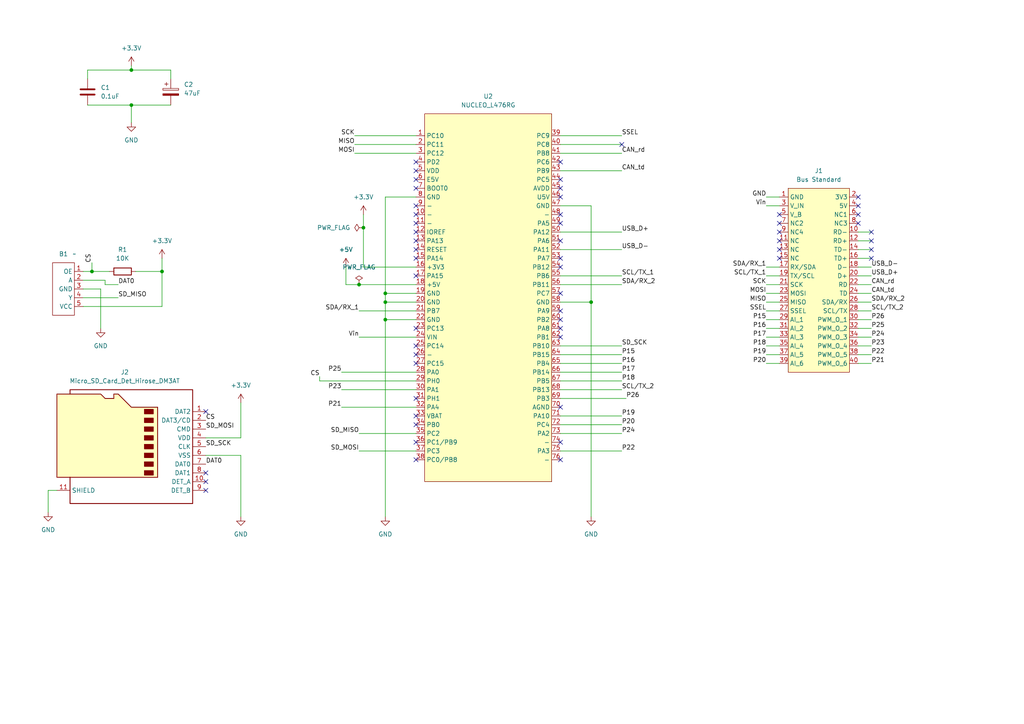
<source format=kicad_sch>
(kicad_sch (version 20230121) (generator eeschema)
  (paper "A4")
  (lib_symbols
    (symbol "Connector:Micro_SD_Card_Det_Hirose_DM3AT"
      (property "Reference" "J" (at -16.51 17.78 0))
      (property "Value" "Micro_SD_Card_Det_Hirose_DM3AT" (at 16.51 17.78 0))
      (symbol "Micro_SD_Card_Det_Hirose_DM3AT_0_1"
        (rectangle (start -7.62 -6.985) (end -5.08 -8.255) (stroke (width 0.254)) (fill (type outline)))
        (rectangle (start -7.62 -4.445) (end -5.08 -5.715) (stroke (width 0.254)) (fill (type outline)))
        (rectangle (start -7.62 -1.905) (end -5.08 -3.175) (stroke (width 0.254)) (fill (type outline)))
        (rectangle (start -7.62 0.635) (end -5.08 -0.635) (stroke (width 0.254)) (fill (type outline)))
        (rectangle (start -7.62 3.175) (end -5.08 1.905) (stroke (width 0.254)) (fill (type outline)))
        (rectangle (start -7.62 5.715) (end -5.08 4.445) (stroke (width 0.254)) (fill (type outline)))
        (rectangle (start -7.62 8.255) (end -5.08 6.985) (stroke (width 0.254)) (fill (type outline)))
        (rectangle (start -7.62 10.795) (end -5.08 9.525) (stroke (width 0.254)) (fill (type outline)))
        (polyline (pts (xy 16.51 15.24) (xy 16.51 16.51) (xy -19.05 16.51) (xy -19.05 -16.51) (xy 16.51 -16.51) (xy 16.51 -8.89)) (stroke (width 0.254)))
        (polyline (pts (xy -8.89 -8.89) (xy -8.89 11.43) (xy -1.27 11.43) (xy 2.54 15.24) (xy 3.81 15.24) (xy 3.81 13.97) (xy 6.35 13.97) (xy 7.62 15.24) (xy 20.32 15.24) (xy 20.32 -8.89) (xy -8.89 -8.89)) (stroke (width 0.254)) (fill (type background)))
      )
      (symbol "Micro_SD_Card_Det_Hirose_DM3AT_1_1"
        (pin bidirectional line (at -22.86 10.16 0) (length 3.81) (name "DAT2") (number "1"))
        (pin passive line (at -22.86 -10.16 0) (length 3.81) (name "DET_A") (number "10"))
        (pin passive line (at 20.32 -12.7 180) (length 3.81) (name "SHIELD") (number "11"))
        (pin bidirectional line (at -22.86 7.62 0) (length 3.81) (name "DAT3/CD") (number "2"))
        (pin input line (at -22.86 5.08 0) (length 3.81) (name "CMD") (number "3"))
        (pin power_in line (at -22.86 2.54 0) (length 3.81) (name "VDD") (number "4"))
        (pin input line (at -22.86 0 0) (length 3.81) (name "CLK") (number "5"))
        (pin power_in line (at -22.86 -2.54 0) (length 3.81) (name "VSS") (number "6"))
        (pin bidirectional line (at -22.86 -5.08 0) (length 3.81) (name "DAT0") (number "7"))
        (pin bidirectional line (at -22.86 -7.62 0) (length 3.81) (name "DAT1") (number "8"))
        (pin passive line (at -22.86 -12.7 0) (length 3.81) (name "DET_B") (number "9"))
      )
    )
    (symbol "Corecell_Intercon_Board:Flatsat_conn"
      (property "Reference" "J2" (at 8.89 7.62 0))
      (property "Value" "Bus Standard" (at 8.89 5.08 0))
      (symbol "Flatsat_conn_0_0"
        (pin unspecified line (at -2.54 0 0) (length 2.54) (name "GND") (number "1"))
        (pin unspecified line (at 20.32 -10.16 180) (length 2.54) (name "RD-") (number "10"))
        (pin unspecified line (at -2.54 -12.7 0) (length 2.54) (name "NC") (number "11"))
        (pin unspecified line (at 20.32 -12.7 180) (length 2.54) (name "RD+") (number "12"))
        (pin unspecified line (at -2.54 -15.24 0) (length 2.54) (name "NC") (number "13"))
        (pin unspecified line (at 20.32 -15.24 180) (length 2.54) (name "TD-") (number "14"))
        (pin unspecified line (at -2.54 -17.78 0) (length 2.54) (name "NC") (number "15"))
        (pin unspecified line (at 20.32 -17.78 180) (length 2.54) (name "TD+") (number "16"))
        (pin unspecified line (at -2.54 -20.32 0) (length 2.54) (name "RX/SDA") (number "17"))
        (pin unspecified line (at 20.32 -20.32 180) (length 2.54) (name "D-") (number "18"))
        (pin unspecified line (at -2.54 -22.86 0) (length 2.54) (name "TX/SCL") (number "19"))
        (pin unspecified line (at 20.32 0 180) (length 2.54) (name "3V3") (number "2"))
        (pin unspecified line (at 20.32 -22.86 180) (length 2.54) (name "D+") (number "20"))
        (pin unspecified line (at -2.54 -25.4 0) (length 2.54) (name "SCK") (number "21"))
        (pin unspecified line (at 20.32 -25.4 180) (length 2.54) (name "RD") (number "22"))
        (pin unspecified line (at -2.54 -27.94 0) (length 2.54) (name "MOSI") (number "23"))
        (pin unspecified line (at 20.32 -27.94 180) (length 2.54) (name "TD") (number "24"))
        (pin unspecified line (at -2.54 -30.48 0) (length 2.54) (name "MISO") (number "25"))
        (pin unspecified line (at 20.32 -30.48 180) (length 2.54) (name "SDA/RX") (number "26"))
        (pin unspecified line (at -2.54 -33.02 0) (length 2.54) (name "SSEL") (number "27"))
        (pin unspecified line (at 20.32 -33.02 180) (length 2.54) (name "SCL/TX") (number "28"))
        (pin unspecified line (at -2.54 -35.56 0) (length 2.54) (name "AI_1") (number "29"))
        (pin unspecified line (at -2.54 -2.54 0) (length 2.54) (name "V_IN") (number "3"))
        (pin unspecified line (at 20.32 -35.56 180) (length 2.54) (name "PWM_O_1") (number "30"))
        (pin unspecified line (at -2.54 -38.1 0) (length 2.54) (name "AI_2") (number "31"))
        (pin unspecified line (at 20.32 -38.1 180) (length 2.54) (name "PWM_O_2") (number "32"))
        (pin unspecified line (at -2.54 -40.64 0) (length 2.54) (name "AI_3") (number "33"))
        (pin unspecified line (at 20.32 -40.64 180) (length 2.54) (name "PWM_O_3") (number "34"))
        (pin unspecified line (at -2.54 -43.18 0) (length 2.54) (name "AI_4") (number "35"))
        (pin unspecified line (at 20.32 -43.18 180) (length 2.54) (name "PWM_O_4") (number "36"))
        (pin unspecified line (at -2.54 -45.72 0) (length 2.54) (name "AI_5") (number "37"))
        (pin unspecified line (at 20.32 -45.72 180) (length 2.54) (name "PWM_O_5") (number "38"))
        (pin unspecified line (at -2.54 -48.26 0) (length 2.54) (name "AI_6") (number "39"))
        (pin unspecified line (at 20.32 -2.54 180) (length 2.54) (name "5V") (number "4"))
        (pin unspecified line (at 20.32 -48.26 180) (length 2.54) (name "PWM_O_6") (number "40"))
        (pin unspecified line (at -2.54 -5.08 0) (length 2.54) (name "V_B") (number "5"))
        (pin unspecified line (at 20.32 -5.08 180) (length 2.54) (name "NC1") (number "6"))
        (pin unspecified line (at -2.54 -7.62 0) (length 2.54) (name "NC2") (number "7"))
        (pin unspecified line (at 20.32 -7.62 180) (length 2.54) (name "NC3") (number "8"))
        (pin unspecified line (at -2.54 -10.16 0) (length 2.54) (name "NC4") (number "9"))
      )
      (symbol "Flatsat_conn_0_1"
        (rectangle (start 0 2.54) (end 17.78 -50.8) (fill (type background)))
      )
    )
    (symbol "Device:C" (pin_numbers hide) (pin_names (offset 0.254))
      (property "Reference" "C" (at 0.635 2.54 0))
      (property "Value" "C" (at 0.635 -2.54 0))
      (symbol "C_0_1"
        (polyline (pts (xy -2.032 -0.762) (xy 2.032 -0.762)) (stroke (width 0.508)))
        (polyline (pts (xy -2.032 0.762) (xy 2.032 0.762)) (stroke (width 0.508)))
      )
      (symbol "C_1_1"
        (pin passive line (at 0 3.81 270) (length 2.794) (name "~") (number "1"))
        (pin passive line (at 0 -3.81 90) (length 2.794) (name "~") (number "2"))
      )
    )
    (symbol "Device:C_Polarized" (pin_numbers hide) (pin_names (offset 0.254))
      (property "Reference" "C" (at 0.635 2.54 0))
      (property "Value" "C_Polarized" (at 0.635 -2.54 0))
      (symbol "C_Polarized_0_1"
        (rectangle (start -2.286 0.508) (end 2.286 1.016))
        (polyline (pts (xy -1.778 2.286) (xy -0.762 2.286)))
        (polyline (pts (xy -1.27 2.794) (xy -1.27 1.778)))
        (rectangle (start 2.286 -0.508) (end -2.286 -1.016) (fill (type outline)))
      )
      (symbol "C_Polarized_1_1"
        (pin passive line (at 0 3.81 270) (length 2.794) (name "~") (number "1"))
        (pin passive line (at 0 -3.81 90) (length 2.794) (name "~") (number "2"))
      )
    )
    (symbol "Device:R" (pin_numbers hide) (pin_names (offset 0))
      (property "Reference" "R" (at 2.032 0 90))
      (property "Value" "R" (at 0 0 90))
      (symbol "R_0_1"
        (rectangle (start -1.016 -2.54) (end 1.016 2.54) (stroke (width 0.254)))
      )
      (symbol "R_1_1"
        (pin passive line (at 0 3.81 270) (length 1.27) (name "~") (number "1"))
        (pin passive line (at 0 -3.81 90) (length 1.27) (name "~") (number "2"))
      )
    )
    (symbol "NUCLEO_L476RG_1"
      (property "Reference" "U" (at -1.27 16.51 0))
      (property "Value" "NUCLEO_L476RG" (at -1.27 12.7 0))
      (symbol "NUCLEO_L476RG_1_0_0"
        (pin unspecified line (at -20.32 45.72 0) (length 2.54) (name "PC10") (number "1"))
        (pin unspecified line (at -20.32 22.86 0) (length 2.54) (name "-") (number "10"))
        (pin unspecified line (at -20.32 20.32 0) (length 2.54) (name "-") (number "11"))
        (pin unspecified line (at -20.32 17.78 0) (length 2.54) (name "IOREF") (number "12"))
        (pin unspecified line (at -20.32 15.24 0) (length 2.54) (name "PA13") (number "13"))
        (pin unspecified line (at -20.32 12.7 0) (length 2.54) (name "RESET") (number "14"))
        (pin unspecified line (at -20.32 10.16 0) (length 2.54) (name "PA14") (number "15"))
        (pin unspecified line (at -20.32 7.62 0) (length 2.54) (name "+3V3") (number "16"))
        (pin unspecified line (at -20.32 5.08 0) (length 2.54) (name "PA15") (number "17"))
        (pin unspecified line (at -20.32 2.54 0) (length 2.54) (name "+5V") (number "18"))
        (pin unspecified line (at -20.32 0 0) (length 2.54) (name "GND") (number "19"))
        (pin unspecified line (at -20.32 43.18 0) (length 2.54) (name "PC11") (number "2"))
        (pin unspecified line (at -20.32 -2.54 0) (length 2.54) (name "GND") (number "20"))
        (pin unspecified line (at -20.32 -5.08 0) (length 2.54) (name "PB7") (number "21"))
        (pin unspecified line (at -20.32 -7.62 0) (length 2.54) (name "GND") (number "22"))
        (pin unspecified line (at -20.32 -10.16 0) (length 2.54) (name "PC13") (number "23"))
        (pin unspecified line (at -20.32 -12.7 0) (length 2.54) (name "VIN") (number "24"))
        (pin unspecified line (at -20.32 -15.24 0) (length 2.54) (name "PC14") (number "25"))
        (pin unspecified line (at -20.32 -17.78 0) (length 2.54) (name "-") (number "26"))
        (pin unspecified line (at -20.32 -20.32 0) (length 2.54) (name "PC15") (number "27"))
        (pin unspecified line (at -20.32 -22.86 0) (length 2.54) (name "PA0") (number "28"))
        (pin unspecified line (at -20.32 -25.4 0) (length 2.54) (name "PH0") (number "29"))
        (pin unspecified line (at -20.32 40.64 0) (length 2.54) (name "PC12") (number "3"))
        (pin unspecified line (at -20.32 -27.94 0) (length 2.54) (name "PA1") (number "30"))
        (pin unspecified line (at -20.32 -30.48 0) (length 2.54) (name "PH1") (number "31"))
        (pin unspecified line (at -20.32 -33.02 0) (length 2.54) (name "PA4") (number "32"))
        (pin unspecified line (at -20.32 -38.1 0) (length 2.54) (name "PB0") (number "34"))
        (pin unspecified line (at -20.32 -40.64 0) (length 2.54) (name "PC2") (number "35"))
        (pin unspecified line (at -20.32 -43.18 0) (length 2.54) (name "PC1/PB9") (number "36"))
        (pin unspecified line (at -20.32 -45.72 0) (length 2.54) (name "PC3") (number "37"))
        (pin unspecified line (at -20.32 -48.26 0) (length 2.54) (name "PC0/PB8") (number "38"))
        (pin unspecified line (at 21.59 45.72 180) (length 2.54) (name "PC9") (number "39"))
        (pin unspecified line (at -20.32 38.1 0) (length 2.54) (name "PD2") (number "4"))
        (pin unspecified line (at 21.59 43.18 180) (length 2.54) (name "PC8") (number "40"))
        (pin unspecified line (at 21.59 40.64 180) (length 2.54) (name "PB8") (number "41"))
        (pin unspecified line (at 21.59 38.1 180) (length 2.54) (name "PC6") (number "42"))
        (pin unspecified line (at 21.59 35.56 180) (length 2.54) (name "PB9") (number "43"))
        (pin unspecified line (at 21.59 33.02 180) (length 2.54) (name "PC5") (number "44"))
        (pin unspecified line (at 21.59 30.48 180) (length 2.54) (name "AVDD") (number "45"))
        (pin unspecified line (at 21.59 27.94 180) (length 2.54) (name "U5V") (number "46"))
        (pin unspecified line (at 21.59 25.4 180) (length 2.54) (name "GND") (number "47"))
        (pin unspecified line (at 21.59 22.86 180) (length 2.54) (name "-") (number "48"))
        (pin unspecified line (at 21.59 20.32 180) (length 2.54) (name "PA5") (number "49"))
        (pin unspecified line (at -20.32 35.56 0) (length 2.54) (name "VDD") (number "5"))
        (pin unspecified line (at 21.59 17.78 180) (length 2.54) (name "PA12") (number "50"))
        (pin unspecified line (at 21.59 15.24 180) (length 2.54) (name "PA6") (number "51"))
        (pin unspecified line (at 21.59 12.7 180) (length 2.54) (name "PA11") (number "52"))
        (pin unspecified line (at 21.59 10.16 180) (length 2.54) (name "PA7") (number "53"))
        (pin unspecified line (at 21.59 7.62 180) (length 2.54) (name "PB12") (number "54"))
        (pin unspecified line (at 21.59 5.08 180) (length 2.54) (name "PB6") (number "55"))
        (pin unspecified line (at 21.59 2.54 180) (length 2.54) (name "PB11") (number "56"))
        (pin unspecified line (at 21.59 0 180) (length 2.54) (name "PC7") (number "57"))
        (pin unspecified line (at 21.59 -2.54 180) (length 2.54) (name "GND") (number "58"))
        (pin unspecified line (at 21.59 -5.08 180) (length 2.54) (name "PA9") (number "59"))
        (pin unspecified line (at -20.32 33.02 0) (length 2.54) (name "E5V") (number "6"))
        (pin unspecified line (at 21.59 -7.62 180) (length 2.54) (name "PB2") (number "60"))
        (pin unspecified line (at 21.59 -10.16 180) (length 2.54) (name "PA8") (number "61"))
        (pin unspecified line (at 21.59 -12.7 180) (length 2.54) (name "PB1") (number "62"))
        (pin unspecified line (at 21.59 -15.24 180) (length 2.54) (name "PB10") (number "63"))
        (pin unspecified line (at 21.59 -17.78 180) (length 2.54) (name "PB15") (number "64"))
        (pin unspecified line (at 21.59 -20.32 180) (length 2.54) (name "PB4") (number "65"))
        (pin unspecified line (at 21.59 -22.86 180) (length 2.54) (name "PB14") (number "66"))
        (pin unspecified line (at 21.59 -25.4 180) (length 2.54) (name "PB5") (number "67"))
        (pin unspecified line (at 21.59 -27.94 180) (length 2.54) (name "PB13") (number "68"))
        (pin unspecified line (at 21.59 -30.48 180) (length 2.54) (name "PB3") (number "69"))
        (pin unspecified line (at -20.32 30.48 0) (length 2.54) (name "BOOT0") (number "7"))
        (pin unspecified line (at 21.59 -33.02 180) (length 2.54) (name "AGND") (number "70"))
        (pin unspecified line (at 21.59 -35.56 180) (length 2.54) (name "PA10") (number "71"))
        (pin unspecified line (at 21.59 -38.1 180) (length 2.54) (name "PC4") (number "72"))
        (pin unspecified line (at 21.59 -40.64 180) (length 2.54) (name "PA2") (number "73"))
        (pin unspecified line (at 21.59 -43.18 180) (length 2.54) (name "-") (number "74"))
        (pin unspecified line (at 21.59 -45.72 180) (length 2.54) (name "PA3") (number "75"))
        (pin unspecified line (at 21.59 -48.26 180) (length 2.54) (name "-") (number "76"))
        (pin unspecified line (at -20.32 27.94 0) (length 2.54) (name "GND") (number "8"))
        (pin unspecified line (at -20.32 25.4 0) (length 2.54) (name "-") (number "9"))
      )
      (symbol "NUCLEO_L476RG_1_1_0"
        (pin unspecified line (at -20.32 -35.56 0) (length 2.54) (name "VBAT") (number "33"))
      )
      (symbol "NUCLEO_L476RG_1_1_1"
        (rectangle (start -17.78 52.07) (end 19.05 -54.61) (fill (type background)))
      )
    )
    (symbol "SN74AHC1:SN74AHC1"
      (property "Reference" "B" (at 3.81 1.27 0))
      (symbol "SN74AHC1_0_0"
        (pin unspecified line (at 8.89 -2.54 180) (length 2.54) (name "OE") (number "1"))
        (pin unspecified line (at 8.89 -5.08 180) (length 2.54) (name "A") (number "2"))
        (pin unspecified line (at 8.89 -7.62 180) (length 2.54) (name "GND") (number "3"))
        (pin unspecified line (at 8.89 -10.16 180) (length 2.54) (name "Y") (number "4"))
        (pin unspecified line (at 8.89 -12.7 180) (length 2.54) (name "VCC") (number "5"))
      )
      (symbol "SN74AHC1_0_1"
        (rectangle (start 0 0) (end 6.35 -15.24))
      )
    )
    (symbol "power:+3.3V" (power) (pin_names (offset 0))
      (property "Value" "+3.3V" (at 0 3.556 0))
      (symbol "+3.3V_0_1"
        (polyline (pts (xy -0.762 1.27) (xy 0 2.54)))
        (polyline (pts (xy 0 0) (xy 0 2.54)))
        (polyline (pts (xy 0 2.54) (xy 0.762 1.27)))
      )
      (symbol "+3.3V_1_1"
        (pin power_in line (at 0 0 90) (length 0) hide (name "+3.3V") (number "1"))
      )
    )
    (symbol "power:+5V" (power) (pin_names (offset 0))
      (property "Value" "+5V" (at 0 3.556 0))
      (symbol "+5V_0_1"
        (polyline (pts (xy -0.762 1.27) (xy 0 2.54)))
        (polyline (pts (xy 0 0) (xy 0 2.54)))
        (polyline (pts (xy 0 2.54) (xy 0.762 1.27)))
      )
      (symbol "+5V_1_1"
        (pin power_in line (at 0 0 90) (length 0) hide (name "+5V") (number "1"))
      )
    )
    (symbol "power:GND" (power) (pin_names (offset 0))
      (property "Value" "GND" (at 0 -3.81 0))
      (symbol "GND_0_1"
        (polyline (pts (xy 0 0) (xy 0 -1.27) (xy 1.27 -1.27) (xy 0 -2.54) (xy -1.27 -1.27) (xy 0 -1.27)))
      )
      (symbol "GND_1_1"
        (pin power_in line (at 0 0 270) (length 0) hide (name "GND") (number "1"))
      )
    )
    (symbol "power:PWR_FLAG" (power) (pin_numbers hide) (pin_names (offset 0) hide)
      (property "Value" "PWR_FLAG" (at 0 3.81 0))
      (symbol "PWR_FLAG_0_0"
        (pin power_out line (at 0 0 90) (length 0) (name "pwr") (number "1"))
      )
      (symbol "PWR_FLAG_0_1"
        (polyline (pts (xy 0 0) (xy 0 1.27) (xy -1.016 1.905) (xy 0 2.54) (xy 1.016 1.905) (xy 0 1.27)))
      )
    )
  )
  (junction (at 111.76 92.71))
  (junction (at 171.45 87.63))
  (junction (at 46.99 78.74))
  (junction (at 104.14 82.55))
  (junction (at 26.67 78.74))
  (junction (at 105.41 66.04))
  (junction (at 111.76 85.09))
  (junction (at 111.76 87.63))
  (junction (at 38.1 30.48))
  (junction (at 38.1 20.32))
  (no_connect (at 162.56 92.71))
  (no_connect (at 226.06 74.93))
  (no_connect (at 120.65 59.69))
  (no_connect (at 120.65 128.27))
  (no_connect (at 162.56 133.35))
  (no_connect (at 59.69 119.38))
  (no_connect (at 120.65 62.23))
  (no_connect (at 162.56 85.09))
  (no_connect (at 180.34 41.91))
  (no_connect (at 162.56 118.11))
  (no_connect (at 59.69 137.16))
  (no_connect (at 59.69 139.7))
  (no_connect (at 162.56 62.23))
  (no_connect (at 162.56 97.79))
  (no_connect (at 226.06 72.39))
  (no_connect (at 120.65 80.01))
  (no_connect (at 120.65 105.41))
  (no_connect (at 252.73 67.31))
  (no_connect (at 162.56 77.47))
  (no_connect (at 162.56 52.07))
  (no_connect (at 120.65 69.85))
  (no_connect (at 226.06 62.23))
  (no_connect (at 226.06 64.77))
  (no_connect (at 120.65 120.65))
  (no_connect (at 252.73 72.39))
  (no_connect (at 248.92 59.69))
  (no_connect (at 120.65 72.39))
  (no_connect (at 120.65 54.61))
  (no_connect (at 120.65 74.93))
  (no_connect (at 120.65 102.87))
  (no_connect (at 248.92 64.77))
  (no_connect (at 162.56 64.77))
  (no_connect (at 248.92 57.15))
  (no_connect (at 162.56 54.61))
  (no_connect (at 120.65 95.25))
  (no_connect (at 120.65 49.53))
  (no_connect (at 226.06 67.31))
  (no_connect (at 120.65 115.57))
  (no_connect (at 162.56 128.27))
  (no_connect (at 162.56 95.25))
  (no_connect (at 120.65 46.99))
  (no_connect (at 162.56 46.99))
  (no_connect (at 59.69 142.24))
  (no_connect (at 252.73 74.93))
  (no_connect (at 162.56 57.15))
  (no_connect (at 252.73 69.85))
  (no_connect (at 120.65 67.31))
  (no_connect (at 162.56 69.85))
  (no_connect (at 162.56 74.93))
  (no_connect (at 120.65 100.33))
  (no_connect (at 120.65 52.07))
  (no_connect (at 162.56 90.17))
  (no_connect (at 226.06 69.85))
  (no_connect (at 120.65 133.35))
  (no_connect (at 120.65 123.19))
  (no_connect (at 120.65 64.77))
  (no_connect (at 248.92 62.23))
  (wire (pts (xy 38.1 19.05) (xy 38.1 20.32)))
  (wire (pts (xy 252.73 80.01) (xy 248.92 80.01)))
  (wire (pts (xy 252.73 97.79) (xy 248.92 97.79)))
  (wire (pts (xy 180.34 110.49) (xy 162.56 110.49)))
  (wire (pts (xy 49.53 20.32) (xy 49.53 22.86)))
  (wire (pts (xy 111.76 87.63) (xy 111.76 92.71)))
  (wire (pts (xy 111.76 85.09) (xy 111.76 87.63)))
  (wire (pts (xy 111.76 92.71) (xy 111.76 149.86)))
  (wire (pts (xy 252.73 77.47) (xy 248.92 77.47)))
  (wire (pts (xy 162.56 87.63) (xy 171.45 87.63)))
  (wire (pts (xy 24.13 88.9) (xy 46.99 88.9)))
  (wire (pts (xy 252.73 85.09) (xy 248.92 85.09)))
  (wire (pts (xy 252.73 100.33) (xy 248.92 100.33)))
  (wire (pts (xy 25.4 20.32) (xy 38.1 20.32)))
  (wire (pts (xy 252.73 92.71) (xy 248.92 92.71)))
  (wire (pts (xy 222.25 97.79) (xy 226.06 97.79)))
  (wire (pts (xy 222.25 57.15) (xy 226.06 57.15)))
  (wire (pts (xy 29.21 83.82) (xy 29.21 95.25)))
  (wire (pts (xy 102.87 44.45) (xy 120.65 44.45)))
  (wire (pts (xy 34.29 82.55) (xy 30.48 82.55)))
  (wire (pts (xy 24.13 86.36) (xy 34.29 86.36)))
  (wire (pts (xy 24.13 78.74) (xy 26.67 78.74)))
  (wire (pts (xy 252.73 69.85) (xy 248.92 69.85)))
  (wire (pts (xy 222.25 85.09) (xy 226.06 85.09)))
  (wire (pts (xy 252.73 90.17) (xy 248.92 90.17)))
  (wire (pts (xy 180.34 107.95) (xy 162.56 107.95)))
  (wire (pts (xy 104.14 125.73) (xy 120.65 125.73)))
  (wire (pts (xy 26.67 78.74) (xy 31.75 78.74)))
  (wire (pts (xy 222.25 87.63) (xy 226.06 87.63)))
  (wire (pts (xy 252.73 72.39) (xy 248.92 72.39)))
  (wire (pts (xy 162.56 59.69) (xy 171.45 59.69)))
  (wire (pts (xy 180.34 113.03) (xy 162.56 113.03)))
  (wire (pts (xy 13.97 142.24) (xy 13.97 148.59)))
  (wire (pts (xy 120.65 57.15) (xy 111.76 57.15)))
  (wire (pts (xy 111.76 85.09) (xy 120.65 85.09)))
  (wire (pts (xy 252.73 102.87) (xy 248.92 102.87)))
  (wire (pts (xy 162.56 125.73) (xy 180.34 125.73)))
  (wire (pts (xy 180.34 44.45) (xy 162.56 44.45)))
  (wire (pts (xy 99.06 113.03) (xy 120.65 113.03)))
  (wire (pts (xy 92.71 110.49) (xy 92.71 109.22)))
  (wire (pts (xy 59.69 127) (xy 69.85 127)))
  (wire (pts (xy 252.73 67.31) (xy 248.92 67.31)))
  (wire (pts (xy 102.87 41.91) (xy 120.65 41.91)))
  (wire (pts (xy 180.34 41.91) (xy 162.56 41.91)))
  (wire (pts (xy 120.65 110.49) (xy 92.71 110.49)))
  (wire (pts (xy 222.25 105.41) (xy 226.06 105.41)))
  (wire (pts (xy 171.45 59.69) (xy 171.45 87.63)))
  (wire (pts (xy 252.73 74.93) (xy 248.92 74.93)))
  (wire (pts (xy 69.85 132.08) (xy 69.85 149.86)))
  (wire (pts (xy 69.85 116.84) (xy 69.85 127)))
  (wire (pts (xy 180.34 67.31) (xy 162.56 67.31)))
  (wire (pts (xy 180.34 80.01) (xy 162.56 80.01)))
  (wire (pts (xy 102.87 39.37) (xy 120.65 39.37)))
  (wire (pts (xy 222.25 80.01) (xy 226.06 80.01)))
  (wire (pts (xy 16.51 142.24) (xy 13.97 142.24)))
  (wire (pts (xy 25.4 22.86) (xy 25.4 20.32)))
  (wire (pts (xy 180.34 105.41) (xy 162.56 105.41)))
  (wire (pts (xy 46.99 88.9) (xy 46.99 78.74)))
  (wire (pts (xy 180.34 72.39) (xy 162.56 72.39)))
  (wire (pts (xy 30.48 82.55) (xy 30.48 81.28)))
  (wire (pts (xy 24.13 83.82) (xy 29.21 83.82)))
  (wire (pts (xy 162.56 115.57) (xy 181.61 115.57)))
  (wire (pts (xy 162.56 49.53) (xy 180.34 49.53)))
  (wire (pts (xy 59.69 132.08) (xy 69.85 132.08)))
  (wire (pts (xy 99.06 107.95) (xy 120.65 107.95)))
  (wire (pts (xy 38.1 30.48) (xy 49.53 30.48)))
  (wire (pts (xy 30.48 81.28) (xy 24.13 81.28)))
  (wire (pts (xy 111.76 57.15) (xy 111.76 85.09)))
  (wire (pts (xy 104.14 90.17) (xy 120.65 90.17)))
  (wire (pts (xy 222.25 92.71) (xy 226.06 92.71)))
  (wire (pts (xy 120.65 77.47) (xy 105.41 77.47)))
  (wire (pts (xy 180.34 123.19) (xy 162.56 123.19)))
  (wire (pts (xy 180.34 100.33) (xy 162.56 100.33)))
  (wire (pts (xy 38.1 30.48) (xy 38.1 35.56)))
  (wire (pts (xy 104.14 130.81) (xy 120.65 130.81)))
  (wire (pts (xy 104.14 97.79) (xy 120.65 97.79)))
  (wire (pts (xy 26.67 76.2) (xy 26.67 78.74)))
  (wire (pts (xy 252.73 105.41) (xy 248.92 105.41)))
  (wire (pts (xy 38.1 20.32) (xy 49.53 20.32)))
  (wire (pts (xy 222.25 77.47) (xy 226.06 77.47)))
  (wire (pts (xy 252.73 87.63) (xy 248.92 87.63)))
  (wire (pts (xy 120.65 82.55) (xy 104.14 82.55)))
  (wire (pts (xy 180.34 120.65) (xy 162.56 120.65)))
  (wire (pts (xy 252.73 82.55) (xy 248.92 82.55)))
  (wire (pts (xy 180.34 130.81) (xy 162.56 130.81)))
  (wire (pts (xy 222.25 100.33) (xy 226.06 100.33)))
  (wire (pts (xy 105.41 62.23) (xy 105.41 66.04)))
  (wire (pts (xy 171.45 87.63) (xy 171.45 149.86)))
  (wire (pts (xy 252.73 95.25) (xy 248.92 95.25)))
  (wire (pts (xy 180.34 82.55) (xy 162.56 82.55)))
  (wire (pts (xy 162.56 39.37) (xy 180.34 39.37)))
  (wire (pts (xy 222.25 82.55) (xy 226.06 82.55)))
  (wire (pts (xy 222.25 95.25) (xy 226.06 95.25)))
  (wire (pts (xy 25.4 30.48) (xy 38.1 30.48)))
  (wire (pts (xy 111.76 92.71) (xy 120.65 92.71)))
  (wire (pts (xy 222.25 90.17) (xy 226.06 90.17)))
  (wire (pts (xy 104.14 82.55) (xy 100.33 82.55)))
  (wire (pts (xy 105.41 66.04) (xy 105.41 77.47)))
  (wire (pts (xy 39.37 78.74) (xy 46.99 78.74)))
  (wire (pts (xy 180.34 102.87) (xy 162.56 102.87)))
  (wire (pts (xy 111.76 87.63) (xy 120.65 87.63)))
  (wire (pts (xy 222.25 102.87) (xy 226.06 102.87)))
  (wire (pts (xy 100.33 82.55) (xy 100.33 77.47)))
  (wire (pts (xy 222.25 59.69) (xy 226.06 59.69)))
  (wire (pts (xy 46.99 74.93) (xy 46.99 78.74)))
  (wire (pts (xy 99.06 118.11) (xy 120.65 118.11)))
  (label "SD_MISO" (at 34.29 86.36 0))
  (label "SCL{slash}TX_1" (at 180.34 80.01 0))
  (label "MISO" (at 222.25 87.63 180))
  (label "P16" (at 180.34 105.41 0))
  (label "P21" (at 99.06 118.11 180))
  (label "P15" (at 180.34 102.87 0))
  (label "P22" (at 252.73 102.87 0))
  (label "P22" (at 180.34 130.81 0))
  (label "SCL{slash}TX_2" (at 252.73 90.17 0))
  (label "USB_D-" (at 180.34 72.39 0))
  (label "SCK" (at 222.25 82.55 180))
  (label "SCK" (at 102.87 39.37 180))
  (label "MISO" (at 102.87 41.91 180))
  (label "P23" (at 252.73 100.33 0))
  (label "P16" (at 222.25 95.25 180))
  (label "CS" (at 92.71 109.22 180))
  (label "P24" (at 180.34 125.73 0))
  (label "GND" (at 222.25 57.15 180))
  (label "P26" (at 252.73 92.71 0))
  (label "SD_SCK" (at 59.69 129.54 0))
  (label "DAT0" (at 59.69 134.62 0))
  (label "P15" (at 222.25 92.71 180))
  (label "SD_MISO" (at 104.14 125.73 180))
  (label "SDA{slash}RX_1" (at 222.25 77.47 180))
  (label "USB_D+" (at 180.34 67.31 0))
  (label "P17" (at 222.25 97.79 180))
  (label "SSEL" (at 222.25 90.17 180))
  (label "USB_D-" (at 252.73 77.47 0))
  (label "P21" (at 252.73 105.41 0))
  (label "P20" (at 180.34 123.19 0))
  (label "SD_MOSI" (at 104.14 130.81 180))
  (label "P20" (at 222.25 105.41 180))
  (label "SCL{slash}TX_2" (at 180.34 113.03 0))
  (label "P24" (at 252.73 97.79 0))
  (label "CS" (at 59.69 121.92 0))
  (label "CAN_td" (at 252.73 85.09 0))
  (label "DAT0" (at 34.29 82.55 0))
  (label "SD_SCK" (at 180.34 100.33 0))
  (label "CAN_rd" (at 252.73 82.55 0))
  (label "SDA{slash}RX_2" (at 180.34 82.55 0))
  (label "Vin" (at 104.14 97.79 180))
  (label "P19" (at 222.25 102.87 180))
  (label "CAN_rd" (at 180.34 44.45 0))
  (label "CS" (at 26.67 76.2 90))
  (label "MOSI" (at 222.25 85.09 180))
  (label "SSEL" (at 180.34 39.37 0))
  (label "SCL{slash}TX_1" (at 222.25 80.01 180))
  (label "P17" (at 180.34 107.95 0))
  (label "P23" (at 99.06 113.03 180))
  (label "Vin" (at 222.25 59.69 180))
  (label "P18" (at 222.25 100.33 180))
  (label "MOSI" (at 102.87 44.45 180))
  (label "CAN_td" (at 180.34 49.53 0))
  (label "P19" (at 180.34 120.65 0))
  (label "P18" (at 180.34 110.49 0))
  (label "P25" (at 252.73 95.25 0))
  (label "USB_D+" (at 252.73 80.01 0))
  (label "SDA{slash}RX_1" (at 104.14 90.17 180))
  (label "SD_MOSI" (at 59.69 124.46 0))
  (label "P25" (at 99.06 107.95 180))
  (label "P26" (at 181.61 115.57 0))
  (label "SDA{slash}RX_2" (at 252.73 87.63 0))
  (symbol (lib_id "Device:C_Polarized") (at 49.53 26.67 0) (unit 1)
    (property "Reference" "C2" (at 53.34 24.511 0) (effects (justify left)))
    (property "Value" "47uF" (at 53.34 27.051 0) (effects (justify left)))
    (property "Footprint" "Capacitor_Tantalum_SMD:CP_EIA-7343-31_Kemet-D" (effects hide))
  )
  (symbol (lib_id "power:GND") (at 111.76 149.86 0) (unit 1)
    (property "Reference" "#PWR06" (effects hide))
    (property "Value" "GND" (at 111.76 154.94 0))
  )
  (symbol (lib_id "Device:R") (at 35.56 78.74 90) (unit 1)
    (property "Reference" "R1" (at 35.56 72.39 90))
    (property "Value" "10K" (at 35.56 74.93 90))
    (property "Footprint" "Resistor_SMD:R_0805_2012Metric" (effects hide))
  )
  (symbol (lib_id "Corecell_Intercon_Board:Flatsat_conn") (at 228.6 57.15 0) (unit 1)
    (property "Reference" "J1" (at 237.49 49.53 0))
    (property "Value" "Bus Standard" (at 237.49 52.07 0))
    (property "Footprint" "flatsat_conn:flatsat_conn" (effects hide))
  )
  (symbol (lib_id "power:PWR_FLAG") (at 105.41 66.04 90) (unit 1)
    (property "Reference" "#FLG01" (effects hide))
    (property "Value" "PWR_FLAG" (at 101.6 66.04 90) (effects (justify left)))
  )
  (symbol (lib_id "power:PWR_FLAG") (at 104.14 82.55 0) (unit 1)
    (property "Reference" "#FLG02" (effects hide))
    (property "Value" "PWR_FLAG" (at 104.14 77.47 0))
  )
  (symbol (lib_id "Connector:Micro_SD_Card_Det_Hirose_DM3AT") (at 36.83 129.54 0) (mirror y) (unit 1)
    (property "Reference" "J2" (at 36.195 107.95 0))
    (property "Value" "Micro_SD_Card_Det_Hirose_DM3AT" (at 36.195 110.49 0))
    (property "Footprint" "Connector_Card:microSD_HC_Hirose_DM3AT-SF-PEJM5" (effects hide))
    (property "Datasheet" "https://www.hirose.com/product/en/download_file/key_name/DM3/category/Catalog/doc_file_id/49662/?file_category_id=4&item_id=195&is_series=1" (effects hide))
  )
  (symbol (lib_id "power:GND") (at 69.85 149.86 0) (unit 1)
    (property "Reference" "#PWR04" (effects hide))
    (property "Value" "GND" (at 69.85 154.94 0))
  )
  (symbol (lib_id "SN74AHC1:SN74AHC1") (at 15.24 76.2 0) (unit 1)
    (property "Reference" "B1" (at 18.415 73.66 0))
    (property "Value" "~" (at 21.59 73.66 0))
    (property "Footprint" "Package_SO:TSOP-5_1.65x3.05mm_P0.95mm" (effects hide))
  )
  (symbol (lib_id "power:GND") (at 29.21 95.25 0) (unit 1)
    (property "Reference" "#PWR02" (effects hide))
    (property "Value" "GND" (at 29.21 100.33 0))
  )
  (symbol (lib_id "power:GND") (at 38.1 35.56 0) (unit 1)
    (property "Reference" "#PWR09" (effects hide))
    (property "Value" "GND" (at 38.1 40.64 0))
  )
  (symbol (lib_id "power:GND") (at 171.45 149.86 0) (unit 1)
    (property "Reference" "#PWR07" (effects hide))
    (property "Value" "GND" (at 171.45 154.94 0))
  )
  (symbol (lib_id "power:+3.3V") (at 69.85 116.84 0) (unit 1)
    (property "Reference" "#PWR03" (effects hide))
    (property "Value" "+3.3V" (at 69.85 111.76 0))
  )
  (symbol (lib_id "power:+3.3V") (at 105.41 62.23 0) (unit 1)
    (property "Reference" "#PWR010" (effects hide))
    (property "Value" "+3.3V" (at 105.41 57.15 0))
  )
  (symbol (lib_id "power:+5V") (at 100.33 77.47 0) (unit 1)
    (property "Reference" "#PWR013" (effects hide))
    (property "Value" "+5V" (at 100.33 72.39 0))
  )
  (symbol (lib_id "power:+3.3V") (at 38.1 19.05 0) (unit 1)
    (property "Reference" "#PWR08" (effects hide))
    (property "Value" "+3.3V" (at 38.1 13.97 0))
  )
  (symbol (lib_id "Device:C") (at 25.4 26.67 0) (unit 1)
    (property "Reference" "C1" (at 29.21 25.4 0) (effects (justify left)))
    (property "Value" "0.1uF" (at 29.21 27.94 0) (effects (justify left)))
    (property "Footprint" "Capacitor_SMD:C_0603_1608Metric" (effects hide))
  )
  (symbol (lib_id "power:+3.3V") (at 46.99 74.93 0) (unit 1)
    (property "Reference" "#PWR01" (effects hide))
    (property "Value" "+3.3V" (at 46.99 69.85 0))
  )
  (symbol (lib_id "power:GND") (at 13.97 148.59 0) (unit 1)
    (property "Reference" "#PWR05" (effects hide))
    (property "Value" "GND" (at 13.97 153.67 0))
  )
  (symbol (lib_name "NUCLEO_L476RG_1") (lib_id "L476RG:NUCLEO_L476RG") (at 140.97 85.09 0) (unit 1)
    (property "Reference" "U2" (at 141.605 27.94 0))
    (property "Value" "NUCLEO_L476RG" (at 141.605 30.48 0))
    (property "Footprint" "Nucleo:Nucleo64" (effects hide))
  )
)
</source>
